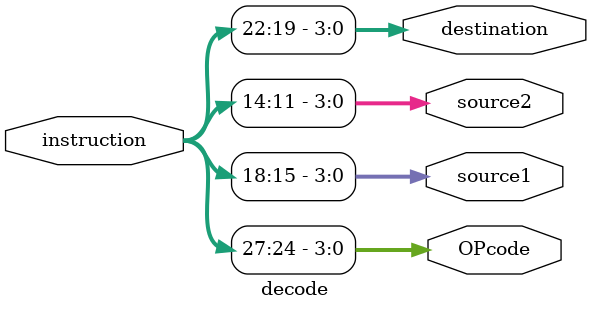
<source format=v>
module decode(instruction, OPcode, source1, source2, destination);
input [31:0] instruction;
output reg [3:0] OPcode, source1, source2, destination;

always @ *
begin
source1 <= instruction[18:15];
source2 <= instruction[14:11];
destination <= instruction[22:19];
OPcode <= instruction[27:24];
end
endmodule

</source>
